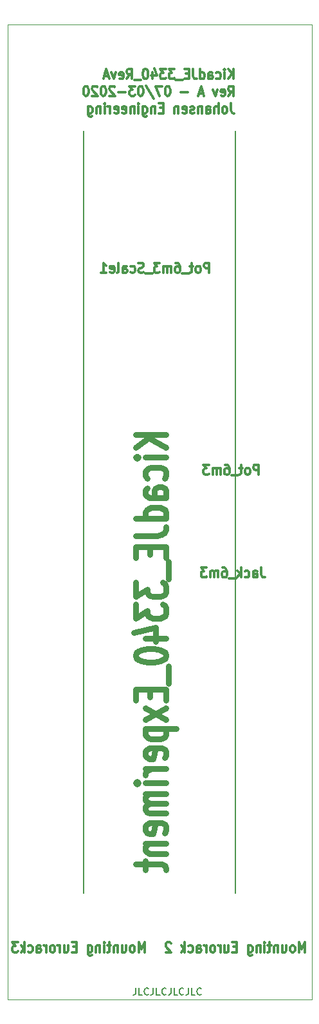
<source format=gbr>
%TF.GenerationSoftware,KiCad,Pcbnew,(5.1.0)-1*%
%TF.CreationDate,2020-03-08T21:58:09+01:00*%
%TF.ProjectId,KicadJE_AC3340_RevA_Faceplate,4b696361-644a-4455-9f41-43333334305f,rev?*%
%TF.SameCoordinates,Original*%
%TF.FileFunction,Legend,Bot*%
%TF.FilePolarity,Positive*%
%FSLAX46Y46*%
G04 Gerber Fmt 4.6, Leading zero omitted, Abs format (unit mm)*
G04 Created by KiCad (PCBNEW (5.1.0)-1) date 2020-03-08 21:58:09*
%MOMM*%
%LPD*%
G04 APERTURE LIST*
%ADD10C,0.200000*%
%ADD11C,0.300000*%
%ADD12C,0.050000*%
%ADD13C,0.150000*%
%ADD14C,0.750000*%
G04 APERTURE END LIST*
D10*
X66842857Y-162507142D02*
X66842857Y-163150000D01*
X66800000Y-163278571D01*
X66714285Y-163364285D01*
X66585714Y-163407142D01*
X66500000Y-163407142D01*
X67700000Y-163407142D02*
X67271428Y-163407142D01*
X67271428Y-162507142D01*
X68514285Y-163321428D02*
X68471428Y-163364285D01*
X68342857Y-163407142D01*
X68257142Y-163407142D01*
X68128571Y-163364285D01*
X68042857Y-163278571D01*
X68000000Y-163192857D01*
X67957142Y-163021428D01*
X67957142Y-162892857D01*
X68000000Y-162721428D01*
X68042857Y-162635714D01*
X68128571Y-162550000D01*
X68257142Y-162507142D01*
X68342857Y-162507142D01*
X68471428Y-162550000D01*
X68514285Y-162592857D01*
X69157142Y-162507142D02*
X69157142Y-163150000D01*
X69114285Y-163278571D01*
X69028571Y-163364285D01*
X68900000Y-163407142D01*
X68814285Y-163407142D01*
X70014285Y-163407142D02*
X69585714Y-163407142D01*
X69585714Y-162507142D01*
X70828571Y-163321428D02*
X70785714Y-163364285D01*
X70657142Y-163407142D01*
X70571428Y-163407142D01*
X70442857Y-163364285D01*
X70357142Y-163278571D01*
X70314285Y-163192857D01*
X70271428Y-163021428D01*
X70271428Y-162892857D01*
X70314285Y-162721428D01*
X70357142Y-162635714D01*
X70442857Y-162550000D01*
X70571428Y-162507142D01*
X70657142Y-162507142D01*
X70785714Y-162550000D01*
X70828571Y-162592857D01*
X71471428Y-162507142D02*
X71471428Y-163150000D01*
X71428571Y-163278571D01*
X71342857Y-163364285D01*
X71214285Y-163407142D01*
X71128571Y-163407142D01*
X72328571Y-163407142D02*
X71900000Y-163407142D01*
X71900000Y-162507142D01*
X73142857Y-163321428D02*
X73100000Y-163364285D01*
X72971428Y-163407142D01*
X72885714Y-163407142D01*
X72757142Y-163364285D01*
X72671428Y-163278571D01*
X72628571Y-163192857D01*
X72585714Y-163021428D01*
X72585714Y-162892857D01*
X72628571Y-162721428D01*
X72671428Y-162635714D01*
X72757142Y-162550000D01*
X72885714Y-162507142D01*
X72971428Y-162507142D01*
X73100000Y-162550000D01*
X73142857Y-162592857D01*
X73785714Y-162507142D02*
X73785714Y-163150000D01*
X73742857Y-163278571D01*
X73657142Y-163364285D01*
X73528571Y-163407142D01*
X73442857Y-163407142D01*
X74642857Y-163407142D02*
X74214285Y-163407142D01*
X74214285Y-162507142D01*
X75457142Y-163321428D02*
X75414285Y-163364285D01*
X75285714Y-163407142D01*
X75200000Y-163407142D01*
X75071428Y-163364285D01*
X74985714Y-163278571D01*
X74942857Y-163192857D01*
X74900000Y-163021428D01*
X74900000Y-162892857D01*
X74942857Y-162721428D01*
X74985714Y-162635714D01*
X75071428Y-162550000D01*
X75200000Y-162507142D01*
X75285714Y-162507142D01*
X75414285Y-162550000D01*
X75457142Y-162592857D01*
D11*
X76519285Y-68588095D02*
X76519285Y-67288095D01*
X76062142Y-67288095D01*
X75947857Y-67350000D01*
X75890714Y-67411904D01*
X75833571Y-67535714D01*
X75833571Y-67721428D01*
X75890714Y-67845238D01*
X75947857Y-67907142D01*
X76062142Y-67969047D01*
X76519285Y-67969047D01*
X75147857Y-68588095D02*
X75262142Y-68526190D01*
X75319285Y-68464285D01*
X75376428Y-68340476D01*
X75376428Y-67969047D01*
X75319285Y-67845238D01*
X75262142Y-67783333D01*
X75147857Y-67721428D01*
X74976428Y-67721428D01*
X74862142Y-67783333D01*
X74805000Y-67845238D01*
X74747857Y-67969047D01*
X74747857Y-68340476D01*
X74805000Y-68464285D01*
X74862142Y-68526190D01*
X74976428Y-68588095D01*
X75147857Y-68588095D01*
X74405000Y-67721428D02*
X73947857Y-67721428D01*
X74233571Y-67288095D02*
X74233571Y-68402380D01*
X74176428Y-68526190D01*
X74062142Y-68588095D01*
X73947857Y-68588095D01*
X73833571Y-68711904D02*
X72919285Y-68711904D01*
X72119285Y-67288095D02*
X72347857Y-67288095D01*
X72462142Y-67350000D01*
X72519285Y-67411904D01*
X72633571Y-67597619D01*
X72690714Y-67845238D01*
X72690714Y-68340476D01*
X72633571Y-68464285D01*
X72576428Y-68526190D01*
X72462142Y-68588095D01*
X72233571Y-68588095D01*
X72119285Y-68526190D01*
X72062142Y-68464285D01*
X72005000Y-68340476D01*
X72005000Y-68030952D01*
X72062142Y-67907142D01*
X72119285Y-67845238D01*
X72233571Y-67783333D01*
X72462142Y-67783333D01*
X72576428Y-67845238D01*
X72633571Y-67907142D01*
X72690714Y-68030952D01*
X71490714Y-68588095D02*
X71490714Y-67721428D01*
X71490714Y-67845238D02*
X71433571Y-67783333D01*
X71319285Y-67721428D01*
X71147857Y-67721428D01*
X71033571Y-67783333D01*
X70976428Y-67907142D01*
X70976428Y-68588095D01*
X70976428Y-67907142D02*
X70919285Y-67783333D01*
X70805000Y-67721428D01*
X70633571Y-67721428D01*
X70519285Y-67783333D01*
X70462142Y-67907142D01*
X70462142Y-68588095D01*
X70005000Y-67288095D02*
X69262142Y-67288095D01*
X69662142Y-67783333D01*
X69490714Y-67783333D01*
X69376428Y-67845238D01*
X69319285Y-67907142D01*
X69262142Y-68030952D01*
X69262142Y-68340476D01*
X69319285Y-68464285D01*
X69376428Y-68526190D01*
X69490714Y-68588095D01*
X69833571Y-68588095D01*
X69947857Y-68526190D01*
X70005000Y-68464285D01*
X69033571Y-68711904D02*
X68119285Y-68711904D01*
X67890714Y-68526190D02*
X67719285Y-68588095D01*
X67433571Y-68588095D01*
X67319285Y-68526190D01*
X67262142Y-68464285D01*
X67205000Y-68340476D01*
X67205000Y-68216666D01*
X67262142Y-68092857D01*
X67319285Y-68030952D01*
X67433571Y-67969047D01*
X67662142Y-67907142D01*
X67776428Y-67845238D01*
X67833571Y-67783333D01*
X67890714Y-67659523D01*
X67890714Y-67535714D01*
X67833571Y-67411904D01*
X67776428Y-67350000D01*
X67662142Y-67288095D01*
X67376428Y-67288095D01*
X67205000Y-67350000D01*
X66176428Y-68526190D02*
X66290714Y-68588095D01*
X66519285Y-68588095D01*
X66633571Y-68526190D01*
X66690714Y-68464285D01*
X66747857Y-68340476D01*
X66747857Y-67969047D01*
X66690714Y-67845238D01*
X66633571Y-67783333D01*
X66519285Y-67721428D01*
X66290714Y-67721428D01*
X66176428Y-67783333D01*
X65147857Y-68588095D02*
X65147857Y-67907142D01*
X65205000Y-67783333D01*
X65319285Y-67721428D01*
X65547857Y-67721428D01*
X65662142Y-67783333D01*
X65147857Y-68526190D02*
X65262142Y-68588095D01*
X65547857Y-68588095D01*
X65662142Y-68526190D01*
X65719285Y-68402380D01*
X65719285Y-68278571D01*
X65662142Y-68154761D01*
X65547857Y-68092857D01*
X65262142Y-68092857D01*
X65147857Y-68030952D01*
X64405000Y-68588095D02*
X64519285Y-68526190D01*
X64576428Y-68402380D01*
X64576428Y-67288095D01*
X63490714Y-68526190D02*
X63605000Y-68588095D01*
X63833571Y-68588095D01*
X63947857Y-68526190D01*
X64005000Y-68402380D01*
X64005000Y-67907142D01*
X63947857Y-67783333D01*
X63833571Y-67721428D01*
X63605000Y-67721428D01*
X63490714Y-67783333D01*
X63433571Y-67907142D01*
X63433571Y-68030952D01*
X64005000Y-68154761D01*
X62290714Y-68588095D02*
X62976428Y-68588095D01*
X62633571Y-68588095D02*
X62633571Y-67288095D01*
X62747857Y-67473809D01*
X62862142Y-67597619D01*
X62976428Y-67659523D01*
X83019285Y-95088095D02*
X83019285Y-93788095D01*
X82562142Y-93788095D01*
X82447857Y-93850000D01*
X82390714Y-93911904D01*
X82333571Y-94035714D01*
X82333571Y-94221428D01*
X82390714Y-94345238D01*
X82447857Y-94407142D01*
X82562142Y-94469047D01*
X83019285Y-94469047D01*
X81647857Y-95088095D02*
X81762142Y-95026190D01*
X81819285Y-94964285D01*
X81876428Y-94840476D01*
X81876428Y-94469047D01*
X81819285Y-94345238D01*
X81762142Y-94283333D01*
X81647857Y-94221428D01*
X81476428Y-94221428D01*
X81362142Y-94283333D01*
X81305000Y-94345238D01*
X81247857Y-94469047D01*
X81247857Y-94840476D01*
X81305000Y-94964285D01*
X81362142Y-95026190D01*
X81476428Y-95088095D01*
X81647857Y-95088095D01*
X80905000Y-94221428D02*
X80447857Y-94221428D01*
X80733571Y-93788095D02*
X80733571Y-94902380D01*
X80676428Y-95026190D01*
X80562142Y-95088095D01*
X80447857Y-95088095D01*
X80333571Y-95211904D02*
X79419285Y-95211904D01*
X78619285Y-93788095D02*
X78847857Y-93788095D01*
X78962142Y-93850000D01*
X79019285Y-93911904D01*
X79133571Y-94097619D01*
X79190714Y-94345238D01*
X79190714Y-94840476D01*
X79133571Y-94964285D01*
X79076428Y-95026190D01*
X78962142Y-95088095D01*
X78733571Y-95088095D01*
X78619285Y-95026190D01*
X78562142Y-94964285D01*
X78505000Y-94840476D01*
X78505000Y-94530952D01*
X78562142Y-94407142D01*
X78619285Y-94345238D01*
X78733571Y-94283333D01*
X78962142Y-94283333D01*
X79076428Y-94345238D01*
X79133571Y-94407142D01*
X79190714Y-94530952D01*
X77990714Y-95088095D02*
X77990714Y-94221428D01*
X77990714Y-94345238D02*
X77933571Y-94283333D01*
X77819285Y-94221428D01*
X77647857Y-94221428D01*
X77533571Y-94283333D01*
X77476428Y-94407142D01*
X77476428Y-95088095D01*
X77476428Y-94407142D02*
X77419285Y-94283333D01*
X77305000Y-94221428D01*
X77133571Y-94221428D01*
X77019285Y-94283333D01*
X76962142Y-94407142D01*
X76962142Y-95088095D01*
X76505000Y-93788095D02*
X75762142Y-93788095D01*
X76162142Y-94283333D01*
X75990714Y-94283333D01*
X75876428Y-94345238D01*
X75819285Y-94407142D01*
X75762142Y-94530952D01*
X75762142Y-94840476D01*
X75819285Y-94964285D01*
X75876428Y-95026190D01*
X75990714Y-95088095D01*
X76333571Y-95088095D01*
X76447857Y-95026190D01*
X76505000Y-94964285D01*
X83376428Y-107288095D02*
X83376428Y-108216666D01*
X83433571Y-108402380D01*
X83547857Y-108526190D01*
X83719285Y-108588095D01*
X83833571Y-108588095D01*
X82290714Y-108588095D02*
X82290714Y-107907142D01*
X82347857Y-107783333D01*
X82462142Y-107721428D01*
X82690714Y-107721428D01*
X82805000Y-107783333D01*
X82290714Y-108526190D02*
X82405000Y-108588095D01*
X82690714Y-108588095D01*
X82805000Y-108526190D01*
X82862142Y-108402380D01*
X82862142Y-108278571D01*
X82805000Y-108154761D01*
X82690714Y-108092857D01*
X82405000Y-108092857D01*
X82290714Y-108030952D01*
X81205000Y-108526190D02*
X81319285Y-108588095D01*
X81547857Y-108588095D01*
X81662142Y-108526190D01*
X81719285Y-108464285D01*
X81776428Y-108340476D01*
X81776428Y-107969047D01*
X81719285Y-107845238D01*
X81662142Y-107783333D01*
X81547857Y-107721428D01*
X81319285Y-107721428D01*
X81205000Y-107783333D01*
X80690714Y-108588095D02*
X80690714Y-107288095D01*
X80576428Y-108092857D02*
X80233571Y-108588095D01*
X80233571Y-107721428D02*
X80690714Y-108216666D01*
X80005000Y-108711904D02*
X79090714Y-108711904D01*
X78290714Y-107288095D02*
X78519285Y-107288095D01*
X78633571Y-107350000D01*
X78690714Y-107411904D01*
X78805000Y-107597619D01*
X78862142Y-107845238D01*
X78862142Y-108340476D01*
X78805000Y-108464285D01*
X78747857Y-108526190D01*
X78633571Y-108588095D01*
X78405000Y-108588095D01*
X78290714Y-108526190D01*
X78233571Y-108464285D01*
X78176428Y-108340476D01*
X78176428Y-108030952D01*
X78233571Y-107907142D01*
X78290714Y-107845238D01*
X78405000Y-107783333D01*
X78633571Y-107783333D01*
X78747857Y-107845238D01*
X78805000Y-107907142D01*
X78862142Y-108030952D01*
X77662142Y-108588095D02*
X77662142Y-107721428D01*
X77662142Y-107845238D02*
X77605000Y-107783333D01*
X77490714Y-107721428D01*
X77319285Y-107721428D01*
X77205000Y-107783333D01*
X77147857Y-107907142D01*
X77147857Y-108588095D01*
X77147857Y-107907142D02*
X77090714Y-107783333D01*
X76976428Y-107721428D01*
X76805000Y-107721428D01*
X76690714Y-107783333D01*
X76633571Y-107907142D01*
X76633571Y-108588095D01*
X76176428Y-107288095D02*
X75433571Y-107288095D01*
X75833571Y-107783333D01*
X75662142Y-107783333D01*
X75547857Y-107845238D01*
X75490714Y-107907142D01*
X75433571Y-108030952D01*
X75433571Y-108340476D01*
X75490714Y-108464285D01*
X75547857Y-108526190D01*
X75662142Y-108588095D01*
X76005000Y-108588095D01*
X76119285Y-108526190D01*
X76176428Y-108464285D01*
X89119285Y-157788095D02*
X89119285Y-156488095D01*
X88719285Y-157416666D01*
X88319285Y-156488095D01*
X88319285Y-157788095D01*
X87576428Y-157788095D02*
X87690714Y-157726190D01*
X87747857Y-157664285D01*
X87805000Y-157540476D01*
X87805000Y-157169047D01*
X87747857Y-157045238D01*
X87690714Y-156983333D01*
X87576428Y-156921428D01*
X87405000Y-156921428D01*
X87290714Y-156983333D01*
X87233571Y-157045238D01*
X87176428Y-157169047D01*
X87176428Y-157540476D01*
X87233571Y-157664285D01*
X87290714Y-157726190D01*
X87405000Y-157788095D01*
X87576428Y-157788095D01*
X86147857Y-156921428D02*
X86147857Y-157788095D01*
X86662142Y-156921428D02*
X86662142Y-157602380D01*
X86605000Y-157726190D01*
X86490714Y-157788095D01*
X86319285Y-157788095D01*
X86205000Y-157726190D01*
X86147857Y-157664285D01*
X85576428Y-156921428D02*
X85576428Y-157788095D01*
X85576428Y-157045238D02*
X85519285Y-156983333D01*
X85405000Y-156921428D01*
X85233571Y-156921428D01*
X85119285Y-156983333D01*
X85062142Y-157107142D01*
X85062142Y-157788095D01*
X84662142Y-156921428D02*
X84205000Y-156921428D01*
X84490714Y-156488095D02*
X84490714Y-157602380D01*
X84433571Y-157726190D01*
X84319285Y-157788095D01*
X84205000Y-157788095D01*
X83805000Y-157788095D02*
X83805000Y-156921428D01*
X83805000Y-156488095D02*
X83862142Y-156550000D01*
X83805000Y-156611904D01*
X83747857Y-156550000D01*
X83805000Y-156488095D01*
X83805000Y-156611904D01*
X83233571Y-156921428D02*
X83233571Y-157788095D01*
X83233571Y-157045238D02*
X83176428Y-156983333D01*
X83062142Y-156921428D01*
X82890714Y-156921428D01*
X82776428Y-156983333D01*
X82719285Y-157107142D01*
X82719285Y-157788095D01*
X81633571Y-156921428D02*
X81633571Y-157973809D01*
X81690714Y-158097619D01*
X81747857Y-158159523D01*
X81862142Y-158221428D01*
X82033571Y-158221428D01*
X82147857Y-158159523D01*
X81633571Y-157726190D02*
X81747857Y-157788095D01*
X81976428Y-157788095D01*
X82090714Y-157726190D01*
X82147857Y-157664285D01*
X82205000Y-157540476D01*
X82205000Y-157169047D01*
X82147857Y-157045238D01*
X82090714Y-156983333D01*
X81976428Y-156921428D01*
X81747857Y-156921428D01*
X81633571Y-156983333D01*
X80147857Y-157107142D02*
X79747857Y-157107142D01*
X79576428Y-157788095D02*
X80147857Y-157788095D01*
X80147857Y-156488095D01*
X79576428Y-156488095D01*
X78547857Y-156921428D02*
X78547857Y-157788095D01*
X79062142Y-156921428D02*
X79062142Y-157602380D01*
X79005000Y-157726190D01*
X78890714Y-157788095D01*
X78719285Y-157788095D01*
X78605000Y-157726190D01*
X78547857Y-157664285D01*
X77976428Y-157788095D02*
X77976428Y-156921428D01*
X77976428Y-157169047D02*
X77919285Y-157045238D01*
X77862142Y-156983333D01*
X77747857Y-156921428D01*
X77633571Y-156921428D01*
X77062142Y-157788095D02*
X77176428Y-157726190D01*
X77233571Y-157664285D01*
X77290714Y-157540476D01*
X77290714Y-157169047D01*
X77233571Y-157045238D01*
X77176428Y-156983333D01*
X77062142Y-156921428D01*
X76890714Y-156921428D01*
X76776428Y-156983333D01*
X76719285Y-157045238D01*
X76662142Y-157169047D01*
X76662142Y-157540476D01*
X76719285Y-157664285D01*
X76776428Y-157726190D01*
X76890714Y-157788095D01*
X77062142Y-157788095D01*
X76147857Y-157788095D02*
X76147857Y-156921428D01*
X76147857Y-157169047D02*
X76090714Y-157045238D01*
X76033571Y-156983333D01*
X75919285Y-156921428D01*
X75805000Y-156921428D01*
X74890714Y-157788095D02*
X74890714Y-157107142D01*
X74947857Y-156983333D01*
X75062142Y-156921428D01*
X75290714Y-156921428D01*
X75405000Y-156983333D01*
X74890714Y-157726190D02*
X75005000Y-157788095D01*
X75290714Y-157788095D01*
X75405000Y-157726190D01*
X75462142Y-157602380D01*
X75462142Y-157478571D01*
X75405000Y-157354761D01*
X75290714Y-157292857D01*
X75005000Y-157292857D01*
X74890714Y-157230952D01*
X73805000Y-157726190D02*
X73919285Y-157788095D01*
X74147857Y-157788095D01*
X74262142Y-157726190D01*
X74319285Y-157664285D01*
X74376428Y-157540476D01*
X74376428Y-157169047D01*
X74319285Y-157045238D01*
X74262142Y-156983333D01*
X74147857Y-156921428D01*
X73919285Y-156921428D01*
X73805000Y-156983333D01*
X73290714Y-157788095D02*
X73290714Y-156488095D01*
X73176428Y-157292857D02*
X72833571Y-157788095D01*
X72833571Y-156921428D02*
X73290714Y-157416666D01*
X71462142Y-156611904D02*
X71405000Y-156550000D01*
X71290714Y-156488095D01*
X71005000Y-156488095D01*
X70890714Y-156550000D01*
X70833571Y-156611904D01*
X70776428Y-156735714D01*
X70776428Y-156859523D01*
X70833571Y-157045238D01*
X71519285Y-157788095D01*
X70776428Y-157788095D01*
X68019285Y-157788095D02*
X68019285Y-156488095D01*
X67619285Y-157416666D01*
X67219285Y-156488095D01*
X67219285Y-157788095D01*
X66476428Y-157788095D02*
X66590714Y-157726190D01*
X66647857Y-157664285D01*
X66705000Y-157540476D01*
X66705000Y-157169047D01*
X66647857Y-157045238D01*
X66590714Y-156983333D01*
X66476428Y-156921428D01*
X66305000Y-156921428D01*
X66190714Y-156983333D01*
X66133571Y-157045238D01*
X66076428Y-157169047D01*
X66076428Y-157540476D01*
X66133571Y-157664285D01*
X66190714Y-157726190D01*
X66305000Y-157788095D01*
X66476428Y-157788095D01*
X65047857Y-156921428D02*
X65047857Y-157788095D01*
X65562142Y-156921428D02*
X65562142Y-157602380D01*
X65505000Y-157726190D01*
X65390714Y-157788095D01*
X65219285Y-157788095D01*
X65105000Y-157726190D01*
X65047857Y-157664285D01*
X64476428Y-156921428D02*
X64476428Y-157788095D01*
X64476428Y-157045238D02*
X64419285Y-156983333D01*
X64305000Y-156921428D01*
X64133571Y-156921428D01*
X64019285Y-156983333D01*
X63962142Y-157107142D01*
X63962142Y-157788095D01*
X63562142Y-156921428D02*
X63105000Y-156921428D01*
X63390714Y-156488095D02*
X63390714Y-157602380D01*
X63333571Y-157726190D01*
X63219285Y-157788095D01*
X63105000Y-157788095D01*
X62705000Y-157788095D02*
X62705000Y-156921428D01*
X62705000Y-156488095D02*
X62762142Y-156550000D01*
X62705000Y-156611904D01*
X62647857Y-156550000D01*
X62705000Y-156488095D01*
X62705000Y-156611904D01*
X62133571Y-156921428D02*
X62133571Y-157788095D01*
X62133571Y-157045238D02*
X62076428Y-156983333D01*
X61962142Y-156921428D01*
X61790714Y-156921428D01*
X61676428Y-156983333D01*
X61619285Y-157107142D01*
X61619285Y-157788095D01*
X60533571Y-156921428D02*
X60533571Y-157973809D01*
X60590714Y-158097619D01*
X60647857Y-158159523D01*
X60762142Y-158221428D01*
X60933571Y-158221428D01*
X61047857Y-158159523D01*
X60533571Y-157726190D02*
X60647857Y-157788095D01*
X60876428Y-157788095D01*
X60990714Y-157726190D01*
X61047857Y-157664285D01*
X61105000Y-157540476D01*
X61105000Y-157169047D01*
X61047857Y-157045238D01*
X60990714Y-156983333D01*
X60876428Y-156921428D01*
X60647857Y-156921428D01*
X60533571Y-156983333D01*
X59047857Y-157107142D02*
X58647857Y-157107142D01*
X58476428Y-157788095D02*
X59047857Y-157788095D01*
X59047857Y-156488095D01*
X58476428Y-156488095D01*
X57447857Y-156921428D02*
X57447857Y-157788095D01*
X57962142Y-156921428D02*
X57962142Y-157602380D01*
X57905000Y-157726190D01*
X57790714Y-157788095D01*
X57619285Y-157788095D01*
X57505000Y-157726190D01*
X57447857Y-157664285D01*
X56876428Y-157788095D02*
X56876428Y-156921428D01*
X56876428Y-157169047D02*
X56819285Y-157045238D01*
X56762142Y-156983333D01*
X56647857Y-156921428D01*
X56533571Y-156921428D01*
X55962142Y-157788095D02*
X56076428Y-157726190D01*
X56133571Y-157664285D01*
X56190714Y-157540476D01*
X56190714Y-157169047D01*
X56133571Y-157045238D01*
X56076428Y-156983333D01*
X55962142Y-156921428D01*
X55790714Y-156921428D01*
X55676428Y-156983333D01*
X55619285Y-157045238D01*
X55562142Y-157169047D01*
X55562142Y-157540476D01*
X55619285Y-157664285D01*
X55676428Y-157726190D01*
X55790714Y-157788095D01*
X55962142Y-157788095D01*
X55047857Y-157788095D02*
X55047857Y-156921428D01*
X55047857Y-157169047D02*
X54990714Y-157045238D01*
X54933571Y-156983333D01*
X54819285Y-156921428D01*
X54705000Y-156921428D01*
X53790714Y-157788095D02*
X53790714Y-157107142D01*
X53847857Y-156983333D01*
X53962142Y-156921428D01*
X54190714Y-156921428D01*
X54305000Y-156983333D01*
X53790714Y-157726190D02*
X53905000Y-157788095D01*
X54190714Y-157788095D01*
X54305000Y-157726190D01*
X54362142Y-157602380D01*
X54362142Y-157478571D01*
X54305000Y-157354761D01*
X54190714Y-157292857D01*
X53905000Y-157292857D01*
X53790714Y-157230952D01*
X52705000Y-157726190D02*
X52819285Y-157788095D01*
X53047857Y-157788095D01*
X53162142Y-157726190D01*
X53219285Y-157664285D01*
X53276428Y-157540476D01*
X53276428Y-157169047D01*
X53219285Y-157045238D01*
X53162142Y-156983333D01*
X53047857Y-156921428D01*
X52819285Y-156921428D01*
X52705000Y-156983333D01*
X52190714Y-157788095D02*
X52190714Y-156488095D01*
X52076428Y-157292857D02*
X51733571Y-157788095D01*
X51733571Y-156921428D02*
X52190714Y-157416666D01*
X51333571Y-156488095D02*
X50590714Y-156488095D01*
X50990714Y-156983333D01*
X50819285Y-156983333D01*
X50705000Y-157045238D01*
X50647857Y-157107142D01*
X50590714Y-157230952D01*
X50590714Y-157540476D01*
X50647857Y-157664285D01*
X50705000Y-157726190D01*
X50819285Y-157788095D01*
X51162142Y-157788095D01*
X51276428Y-157726190D01*
X51333571Y-157664285D01*
D12*
X50000000Y-164000000D02*
X50000000Y-36000000D01*
X90000000Y-164000000D02*
X50000000Y-164000000D01*
X90000000Y-36000000D02*
X90000000Y-164000000D01*
X50000000Y-36000000D02*
X90000000Y-36000000D01*
D13*
X80000000Y-50000000D02*
X80000000Y-150000000D01*
X60000000Y-150000000D02*
X60000000Y-50000000D01*
D14*
X70809523Y-89842857D02*
X66809523Y-89842857D01*
X70809523Y-91557142D02*
X68523809Y-90271428D01*
X66809523Y-91557142D02*
X69095238Y-89842857D01*
X70809523Y-92842857D02*
X68142857Y-92842857D01*
X66809523Y-92842857D02*
X67000000Y-92700000D01*
X67190476Y-92842857D01*
X67000000Y-92985714D01*
X66809523Y-92842857D01*
X67190476Y-92842857D01*
X70619047Y-95557142D02*
X70809523Y-95271428D01*
X70809523Y-94700000D01*
X70619047Y-94414285D01*
X70428571Y-94271428D01*
X70047619Y-94128571D01*
X68904761Y-94128571D01*
X68523809Y-94271428D01*
X68333333Y-94414285D01*
X68142857Y-94700000D01*
X68142857Y-95271428D01*
X68333333Y-95557142D01*
X70809523Y-98128571D02*
X68714285Y-98128571D01*
X68333333Y-97985714D01*
X68142857Y-97700000D01*
X68142857Y-97128571D01*
X68333333Y-96842857D01*
X70619047Y-98128571D02*
X70809523Y-97842857D01*
X70809523Y-97128571D01*
X70619047Y-96842857D01*
X70238095Y-96700000D01*
X69857142Y-96700000D01*
X69476190Y-96842857D01*
X69285714Y-97128571D01*
X69285714Y-97842857D01*
X69095238Y-98128571D01*
X70809523Y-100842857D02*
X66809523Y-100842857D01*
X70619047Y-100842857D02*
X70809523Y-100557142D01*
X70809523Y-99985714D01*
X70619047Y-99700000D01*
X70428571Y-99557142D01*
X70047619Y-99414285D01*
X68904761Y-99414285D01*
X68523809Y-99557142D01*
X68333333Y-99700000D01*
X68142857Y-99985714D01*
X68142857Y-100557142D01*
X68333333Y-100842857D01*
X66809523Y-103128571D02*
X69666666Y-103128571D01*
X70238095Y-102985714D01*
X70619047Y-102700000D01*
X70809523Y-102271428D01*
X70809523Y-101985714D01*
X68714285Y-104557142D02*
X68714285Y-105557142D01*
X70809523Y-105985714D02*
X70809523Y-104557142D01*
X66809523Y-104557142D01*
X66809523Y-105985714D01*
X71190476Y-106557142D02*
X71190476Y-108842857D01*
X66809523Y-109271428D02*
X66809523Y-111128571D01*
X68333333Y-110128571D01*
X68333333Y-110557142D01*
X68523809Y-110842857D01*
X68714285Y-110985714D01*
X69095238Y-111128571D01*
X70047619Y-111128571D01*
X70428571Y-110985714D01*
X70619047Y-110842857D01*
X70809523Y-110557142D01*
X70809523Y-109700000D01*
X70619047Y-109414285D01*
X70428571Y-109271428D01*
X66809523Y-112128571D02*
X66809523Y-113985714D01*
X68333333Y-112985714D01*
X68333333Y-113414285D01*
X68523809Y-113700000D01*
X68714285Y-113842857D01*
X69095238Y-113985714D01*
X70047619Y-113985714D01*
X70428571Y-113842857D01*
X70619047Y-113700000D01*
X70809523Y-113414285D01*
X70809523Y-112557142D01*
X70619047Y-112271428D01*
X70428571Y-112128571D01*
X68142857Y-116557142D02*
X70809523Y-116557142D01*
X66619047Y-115842857D02*
X69476190Y-115128571D01*
X69476190Y-116985714D01*
X66809523Y-118700000D02*
X66809523Y-118985714D01*
X67000000Y-119271428D01*
X67190476Y-119414285D01*
X67571428Y-119557142D01*
X68333333Y-119700000D01*
X69285714Y-119700000D01*
X70047619Y-119557142D01*
X70428571Y-119414285D01*
X70619047Y-119271428D01*
X70809523Y-118985714D01*
X70809523Y-118700000D01*
X70619047Y-118414285D01*
X70428571Y-118271428D01*
X70047619Y-118128571D01*
X69285714Y-117985714D01*
X68333333Y-117985714D01*
X67571428Y-118128571D01*
X67190476Y-118271428D01*
X67000000Y-118414285D01*
X66809523Y-118700000D01*
X71190476Y-120271428D02*
X71190476Y-122557142D01*
X68714285Y-123271428D02*
X68714285Y-124271428D01*
X70809523Y-124700000D02*
X70809523Y-123271428D01*
X66809523Y-123271428D01*
X66809523Y-124700000D01*
X70809523Y-125700000D02*
X68142857Y-127271428D01*
X68142857Y-125700000D02*
X70809523Y-127271428D01*
X68142857Y-128414285D02*
X72142857Y-128414285D01*
X68333333Y-128414285D02*
X68142857Y-128700000D01*
X68142857Y-129271428D01*
X68333333Y-129557142D01*
X68523809Y-129700000D01*
X68904761Y-129842857D01*
X70047619Y-129842857D01*
X70428571Y-129700000D01*
X70619047Y-129557142D01*
X70809523Y-129271428D01*
X70809523Y-128700000D01*
X70619047Y-128414285D01*
X70619047Y-132271428D02*
X70809523Y-131985714D01*
X70809523Y-131414285D01*
X70619047Y-131128571D01*
X70238095Y-130985714D01*
X68714285Y-130985714D01*
X68333333Y-131128571D01*
X68142857Y-131414285D01*
X68142857Y-131985714D01*
X68333333Y-132271428D01*
X68714285Y-132414285D01*
X69095238Y-132414285D01*
X69476190Y-130985714D01*
X70809523Y-133700000D02*
X68142857Y-133700000D01*
X68904761Y-133700000D02*
X68523809Y-133842857D01*
X68333333Y-133985714D01*
X68142857Y-134271428D01*
X68142857Y-134557142D01*
X70809523Y-135557142D02*
X68142857Y-135557142D01*
X66809523Y-135557142D02*
X67000000Y-135414285D01*
X67190476Y-135557142D01*
X67000000Y-135700000D01*
X66809523Y-135557142D01*
X67190476Y-135557142D01*
X70809523Y-136985714D02*
X68142857Y-136985714D01*
X68523809Y-136985714D02*
X68333333Y-137128571D01*
X68142857Y-137414285D01*
X68142857Y-137842857D01*
X68333333Y-138128571D01*
X68714285Y-138271428D01*
X70809523Y-138271428D01*
X68714285Y-138271428D02*
X68333333Y-138414285D01*
X68142857Y-138700000D01*
X68142857Y-139128571D01*
X68333333Y-139414285D01*
X68714285Y-139557142D01*
X70809523Y-139557142D01*
X70619047Y-142128571D02*
X70809523Y-141842857D01*
X70809523Y-141271428D01*
X70619047Y-140985714D01*
X70238095Y-140842857D01*
X68714285Y-140842857D01*
X68333333Y-140985714D01*
X68142857Y-141271428D01*
X68142857Y-141842857D01*
X68333333Y-142128571D01*
X68714285Y-142271428D01*
X69095238Y-142271428D01*
X69476190Y-140842857D01*
X68142857Y-143557142D02*
X70809523Y-143557142D01*
X68523809Y-143557142D02*
X68333333Y-143700000D01*
X68142857Y-143985714D01*
X68142857Y-144414285D01*
X68333333Y-144700000D01*
X68714285Y-144842857D01*
X70809523Y-144842857D01*
X68142857Y-145842857D02*
X68142857Y-146985714D01*
X66809523Y-146271428D02*
X70238095Y-146271428D01*
X70619047Y-146414285D01*
X70809523Y-146700000D01*
X70809523Y-146985714D01*
D11*
X79719285Y-43138095D02*
X79719285Y-41838095D01*
X79033571Y-43138095D02*
X79547857Y-42395238D01*
X79033571Y-41838095D02*
X79719285Y-42580952D01*
X78519285Y-43138095D02*
X78519285Y-42271428D01*
X78519285Y-41838095D02*
X78576428Y-41900000D01*
X78519285Y-41961904D01*
X78462142Y-41900000D01*
X78519285Y-41838095D01*
X78519285Y-41961904D01*
X77433571Y-43076190D02*
X77547857Y-43138095D01*
X77776428Y-43138095D01*
X77890714Y-43076190D01*
X77947857Y-43014285D01*
X78005000Y-42890476D01*
X78005000Y-42519047D01*
X77947857Y-42395238D01*
X77890714Y-42333333D01*
X77776428Y-42271428D01*
X77547857Y-42271428D01*
X77433571Y-42333333D01*
X76405000Y-43138095D02*
X76405000Y-42457142D01*
X76462142Y-42333333D01*
X76576428Y-42271428D01*
X76805000Y-42271428D01*
X76919285Y-42333333D01*
X76405000Y-43076190D02*
X76519285Y-43138095D01*
X76805000Y-43138095D01*
X76919285Y-43076190D01*
X76976428Y-42952380D01*
X76976428Y-42828571D01*
X76919285Y-42704761D01*
X76805000Y-42642857D01*
X76519285Y-42642857D01*
X76405000Y-42580952D01*
X75319285Y-43138095D02*
X75319285Y-41838095D01*
X75319285Y-43076190D02*
X75433571Y-43138095D01*
X75662142Y-43138095D01*
X75776428Y-43076190D01*
X75833571Y-43014285D01*
X75890714Y-42890476D01*
X75890714Y-42519047D01*
X75833571Y-42395238D01*
X75776428Y-42333333D01*
X75662142Y-42271428D01*
X75433571Y-42271428D01*
X75319285Y-42333333D01*
X74405000Y-41838095D02*
X74405000Y-42766666D01*
X74462142Y-42952380D01*
X74576428Y-43076190D01*
X74747857Y-43138095D01*
X74862142Y-43138095D01*
X73833571Y-42457142D02*
X73433571Y-42457142D01*
X73262142Y-43138095D02*
X73833571Y-43138095D01*
X73833571Y-41838095D01*
X73262142Y-41838095D01*
X73033571Y-43261904D02*
X72119285Y-43261904D01*
X71947857Y-41838095D02*
X71205000Y-41838095D01*
X71605000Y-42333333D01*
X71433571Y-42333333D01*
X71319285Y-42395238D01*
X71262142Y-42457142D01*
X71205000Y-42580952D01*
X71205000Y-42890476D01*
X71262142Y-43014285D01*
X71319285Y-43076190D01*
X71433571Y-43138095D01*
X71776428Y-43138095D01*
X71890714Y-43076190D01*
X71947857Y-43014285D01*
X70805000Y-41838095D02*
X70062142Y-41838095D01*
X70462142Y-42333333D01*
X70290714Y-42333333D01*
X70176428Y-42395238D01*
X70119285Y-42457142D01*
X70062142Y-42580952D01*
X70062142Y-42890476D01*
X70119285Y-43014285D01*
X70176428Y-43076190D01*
X70290714Y-43138095D01*
X70633571Y-43138095D01*
X70747857Y-43076190D01*
X70805000Y-43014285D01*
X69033571Y-42271428D02*
X69033571Y-43138095D01*
X69319285Y-41776190D02*
X69605000Y-42704761D01*
X68862142Y-42704761D01*
X68176428Y-41838095D02*
X68062142Y-41838095D01*
X67947857Y-41900000D01*
X67890714Y-41961904D01*
X67833571Y-42085714D01*
X67776428Y-42333333D01*
X67776428Y-42642857D01*
X67833571Y-42890476D01*
X67890714Y-43014285D01*
X67947857Y-43076190D01*
X68062142Y-43138095D01*
X68176428Y-43138095D01*
X68290714Y-43076190D01*
X68347857Y-43014285D01*
X68405000Y-42890476D01*
X68462142Y-42642857D01*
X68462142Y-42333333D01*
X68405000Y-42085714D01*
X68347857Y-41961904D01*
X68290714Y-41900000D01*
X68176428Y-41838095D01*
X67547857Y-43261904D02*
X66633571Y-43261904D01*
X65662142Y-43138095D02*
X66062142Y-42519047D01*
X66347857Y-43138095D02*
X66347857Y-41838095D01*
X65890714Y-41838095D01*
X65776428Y-41900000D01*
X65719285Y-41961904D01*
X65662142Y-42085714D01*
X65662142Y-42271428D01*
X65719285Y-42395238D01*
X65776428Y-42457142D01*
X65890714Y-42519047D01*
X66347857Y-42519047D01*
X64690714Y-43076190D02*
X64805000Y-43138095D01*
X65033571Y-43138095D01*
X65147857Y-43076190D01*
X65205000Y-42952380D01*
X65205000Y-42457142D01*
X65147857Y-42333333D01*
X65033571Y-42271428D01*
X64805000Y-42271428D01*
X64690714Y-42333333D01*
X64633571Y-42457142D01*
X64633571Y-42580952D01*
X65205000Y-42704761D01*
X64233571Y-42271428D02*
X63947857Y-43138095D01*
X63662142Y-42271428D01*
X63262142Y-42766666D02*
X62690714Y-42766666D01*
X63376428Y-43138095D02*
X62976428Y-41838095D01*
X62576428Y-43138095D01*
X79033571Y-45388095D02*
X79433571Y-44769047D01*
X79719285Y-45388095D02*
X79719285Y-44088095D01*
X79262142Y-44088095D01*
X79147857Y-44150000D01*
X79090714Y-44211904D01*
X79033571Y-44335714D01*
X79033571Y-44521428D01*
X79090714Y-44645238D01*
X79147857Y-44707142D01*
X79262142Y-44769047D01*
X79719285Y-44769047D01*
X78062142Y-45326190D02*
X78176428Y-45388095D01*
X78405000Y-45388095D01*
X78519285Y-45326190D01*
X78576428Y-45202380D01*
X78576428Y-44707142D01*
X78519285Y-44583333D01*
X78405000Y-44521428D01*
X78176428Y-44521428D01*
X78062142Y-44583333D01*
X78005000Y-44707142D01*
X78005000Y-44830952D01*
X78576428Y-44954761D01*
X77605000Y-44521428D02*
X77319285Y-45388095D01*
X77033571Y-44521428D01*
X75719285Y-45016666D02*
X75147857Y-45016666D01*
X75833571Y-45388095D02*
X75433571Y-44088095D01*
X75033571Y-45388095D01*
X73719285Y-44892857D02*
X72805000Y-44892857D01*
X71090714Y-44088095D02*
X70976428Y-44088095D01*
X70862142Y-44150000D01*
X70805000Y-44211904D01*
X70747857Y-44335714D01*
X70690714Y-44583333D01*
X70690714Y-44892857D01*
X70747857Y-45140476D01*
X70805000Y-45264285D01*
X70862142Y-45326190D01*
X70976428Y-45388095D01*
X71090714Y-45388095D01*
X71205000Y-45326190D01*
X71262142Y-45264285D01*
X71319285Y-45140476D01*
X71376428Y-44892857D01*
X71376428Y-44583333D01*
X71319285Y-44335714D01*
X71262142Y-44211904D01*
X71205000Y-44150000D01*
X71090714Y-44088095D01*
X70290714Y-44088095D02*
X69490714Y-44088095D01*
X70005000Y-45388095D01*
X68176428Y-44026190D02*
X69205000Y-45697619D01*
X67547857Y-44088095D02*
X67433571Y-44088095D01*
X67319285Y-44150000D01*
X67262142Y-44211904D01*
X67205000Y-44335714D01*
X67147857Y-44583333D01*
X67147857Y-44892857D01*
X67205000Y-45140476D01*
X67262142Y-45264285D01*
X67319285Y-45326190D01*
X67433571Y-45388095D01*
X67547857Y-45388095D01*
X67662142Y-45326190D01*
X67719285Y-45264285D01*
X67776428Y-45140476D01*
X67833571Y-44892857D01*
X67833571Y-44583333D01*
X67776428Y-44335714D01*
X67719285Y-44211904D01*
X67662142Y-44150000D01*
X67547857Y-44088095D01*
X66747857Y-44088095D02*
X66005000Y-44088095D01*
X66405000Y-44583333D01*
X66233571Y-44583333D01*
X66119285Y-44645238D01*
X66062142Y-44707142D01*
X66005000Y-44830952D01*
X66005000Y-45140476D01*
X66062142Y-45264285D01*
X66119285Y-45326190D01*
X66233571Y-45388095D01*
X66576428Y-45388095D01*
X66690714Y-45326190D01*
X66747857Y-45264285D01*
X65490714Y-44892857D02*
X64576428Y-44892857D01*
X64062142Y-44211904D02*
X64005000Y-44150000D01*
X63890714Y-44088095D01*
X63605000Y-44088095D01*
X63490714Y-44150000D01*
X63433571Y-44211904D01*
X63376428Y-44335714D01*
X63376428Y-44459523D01*
X63433571Y-44645238D01*
X64119285Y-45388095D01*
X63376428Y-45388095D01*
X62633571Y-44088095D02*
X62519285Y-44088095D01*
X62405000Y-44150000D01*
X62347857Y-44211904D01*
X62290714Y-44335714D01*
X62233571Y-44583333D01*
X62233571Y-44892857D01*
X62290714Y-45140476D01*
X62347857Y-45264285D01*
X62405000Y-45326190D01*
X62519285Y-45388095D01*
X62633571Y-45388095D01*
X62747857Y-45326190D01*
X62805000Y-45264285D01*
X62862142Y-45140476D01*
X62919285Y-44892857D01*
X62919285Y-44583333D01*
X62862142Y-44335714D01*
X62805000Y-44211904D01*
X62747857Y-44150000D01*
X62633571Y-44088095D01*
X61776428Y-44211904D02*
X61719285Y-44150000D01*
X61605000Y-44088095D01*
X61319285Y-44088095D01*
X61205000Y-44150000D01*
X61147857Y-44211904D01*
X61090714Y-44335714D01*
X61090714Y-44459523D01*
X61147857Y-44645238D01*
X61833571Y-45388095D01*
X61090714Y-45388095D01*
X60347857Y-44088095D02*
X60233571Y-44088095D01*
X60119285Y-44150000D01*
X60062142Y-44211904D01*
X60005000Y-44335714D01*
X59947857Y-44583333D01*
X59947857Y-44892857D01*
X60005000Y-45140476D01*
X60062142Y-45264285D01*
X60119285Y-45326190D01*
X60233571Y-45388095D01*
X60347857Y-45388095D01*
X60462142Y-45326190D01*
X60519285Y-45264285D01*
X60576428Y-45140476D01*
X60633571Y-44892857D01*
X60633571Y-44583333D01*
X60576428Y-44335714D01*
X60519285Y-44211904D01*
X60462142Y-44150000D01*
X60347857Y-44088095D01*
X79376428Y-46338095D02*
X79376428Y-47266666D01*
X79433571Y-47452380D01*
X79547857Y-47576190D01*
X79719285Y-47638095D01*
X79833571Y-47638095D01*
X78633571Y-47638095D02*
X78747857Y-47576190D01*
X78805000Y-47514285D01*
X78862142Y-47390476D01*
X78862142Y-47019047D01*
X78805000Y-46895238D01*
X78747857Y-46833333D01*
X78633571Y-46771428D01*
X78462142Y-46771428D01*
X78347857Y-46833333D01*
X78290714Y-46895238D01*
X78233571Y-47019047D01*
X78233571Y-47390476D01*
X78290714Y-47514285D01*
X78347857Y-47576190D01*
X78462142Y-47638095D01*
X78633571Y-47638095D01*
X77719285Y-47638095D02*
X77719285Y-46338095D01*
X77205000Y-47638095D02*
X77205000Y-46957142D01*
X77262142Y-46833333D01*
X77376428Y-46771428D01*
X77547857Y-46771428D01*
X77662142Y-46833333D01*
X77719285Y-46895238D01*
X76119285Y-47638095D02*
X76119285Y-46957142D01*
X76176428Y-46833333D01*
X76290714Y-46771428D01*
X76519285Y-46771428D01*
X76633571Y-46833333D01*
X76119285Y-47576190D02*
X76233571Y-47638095D01*
X76519285Y-47638095D01*
X76633571Y-47576190D01*
X76690714Y-47452380D01*
X76690714Y-47328571D01*
X76633571Y-47204761D01*
X76519285Y-47142857D01*
X76233571Y-47142857D01*
X76119285Y-47080952D01*
X75547857Y-46771428D02*
X75547857Y-47638095D01*
X75547857Y-46895238D02*
X75490714Y-46833333D01*
X75376428Y-46771428D01*
X75205000Y-46771428D01*
X75090714Y-46833333D01*
X75033571Y-46957142D01*
X75033571Y-47638095D01*
X74519285Y-47576190D02*
X74405000Y-47638095D01*
X74176428Y-47638095D01*
X74062142Y-47576190D01*
X74005000Y-47452380D01*
X74005000Y-47390476D01*
X74062142Y-47266666D01*
X74176428Y-47204761D01*
X74347857Y-47204761D01*
X74462142Y-47142857D01*
X74519285Y-47019047D01*
X74519285Y-46957142D01*
X74462142Y-46833333D01*
X74347857Y-46771428D01*
X74176428Y-46771428D01*
X74062142Y-46833333D01*
X73033571Y-47576190D02*
X73147857Y-47638095D01*
X73376428Y-47638095D01*
X73490714Y-47576190D01*
X73547857Y-47452380D01*
X73547857Y-46957142D01*
X73490714Y-46833333D01*
X73376428Y-46771428D01*
X73147857Y-46771428D01*
X73033571Y-46833333D01*
X72976428Y-46957142D01*
X72976428Y-47080952D01*
X73547857Y-47204761D01*
X72462142Y-46771428D02*
X72462142Y-47638095D01*
X72462142Y-46895238D02*
X72405000Y-46833333D01*
X72290714Y-46771428D01*
X72119285Y-46771428D01*
X72005000Y-46833333D01*
X71947857Y-46957142D01*
X71947857Y-47638095D01*
X70462142Y-46957142D02*
X70062142Y-46957142D01*
X69890714Y-47638095D02*
X70462142Y-47638095D01*
X70462142Y-46338095D01*
X69890714Y-46338095D01*
X69376428Y-46771428D02*
X69376428Y-47638095D01*
X69376428Y-46895238D02*
X69319285Y-46833333D01*
X69205000Y-46771428D01*
X69033571Y-46771428D01*
X68919285Y-46833333D01*
X68862142Y-46957142D01*
X68862142Y-47638095D01*
X67776428Y-46771428D02*
X67776428Y-47823809D01*
X67833571Y-47947619D01*
X67890714Y-48009523D01*
X68005000Y-48071428D01*
X68176428Y-48071428D01*
X68290714Y-48009523D01*
X67776428Y-47576190D02*
X67890714Y-47638095D01*
X68119285Y-47638095D01*
X68233571Y-47576190D01*
X68290714Y-47514285D01*
X68347857Y-47390476D01*
X68347857Y-47019047D01*
X68290714Y-46895238D01*
X68233571Y-46833333D01*
X68119285Y-46771428D01*
X67890714Y-46771428D01*
X67776428Y-46833333D01*
X67205000Y-47638095D02*
X67205000Y-46771428D01*
X67205000Y-46338095D02*
X67262142Y-46400000D01*
X67205000Y-46461904D01*
X67147857Y-46400000D01*
X67205000Y-46338095D01*
X67205000Y-46461904D01*
X66633571Y-46771428D02*
X66633571Y-47638095D01*
X66633571Y-46895238D02*
X66576428Y-46833333D01*
X66462142Y-46771428D01*
X66290714Y-46771428D01*
X66176428Y-46833333D01*
X66119285Y-46957142D01*
X66119285Y-47638095D01*
X65090714Y-47576190D02*
X65205000Y-47638095D01*
X65433571Y-47638095D01*
X65547857Y-47576190D01*
X65605000Y-47452380D01*
X65605000Y-46957142D01*
X65547857Y-46833333D01*
X65433571Y-46771428D01*
X65205000Y-46771428D01*
X65090714Y-46833333D01*
X65033571Y-46957142D01*
X65033571Y-47080952D01*
X65605000Y-47204761D01*
X64062142Y-47576190D02*
X64176428Y-47638095D01*
X64405000Y-47638095D01*
X64519285Y-47576190D01*
X64576428Y-47452380D01*
X64576428Y-46957142D01*
X64519285Y-46833333D01*
X64405000Y-46771428D01*
X64176428Y-46771428D01*
X64062142Y-46833333D01*
X64005000Y-46957142D01*
X64005000Y-47080952D01*
X64576428Y-47204761D01*
X63490714Y-47638095D02*
X63490714Y-46771428D01*
X63490714Y-47019047D02*
X63433571Y-46895238D01*
X63376428Y-46833333D01*
X63262142Y-46771428D01*
X63147857Y-46771428D01*
X62747857Y-47638095D02*
X62747857Y-46771428D01*
X62747857Y-46338095D02*
X62805000Y-46400000D01*
X62747857Y-46461904D01*
X62690714Y-46400000D01*
X62747857Y-46338095D01*
X62747857Y-46461904D01*
X62176428Y-46771428D02*
X62176428Y-47638095D01*
X62176428Y-46895238D02*
X62119285Y-46833333D01*
X62005000Y-46771428D01*
X61833571Y-46771428D01*
X61719285Y-46833333D01*
X61662142Y-46957142D01*
X61662142Y-47638095D01*
X60576428Y-46771428D02*
X60576428Y-47823809D01*
X60633571Y-47947619D01*
X60690714Y-48009523D01*
X60805000Y-48071428D01*
X60976428Y-48071428D01*
X61090714Y-48009523D01*
X60576428Y-47576190D02*
X60690714Y-47638095D01*
X60919285Y-47638095D01*
X61033571Y-47576190D01*
X61090714Y-47514285D01*
X61147857Y-47390476D01*
X61147857Y-47019047D01*
X61090714Y-46895238D01*
X61033571Y-46833333D01*
X60919285Y-46771428D01*
X60690714Y-46771428D01*
X60576428Y-46833333D01*
M02*

</source>
